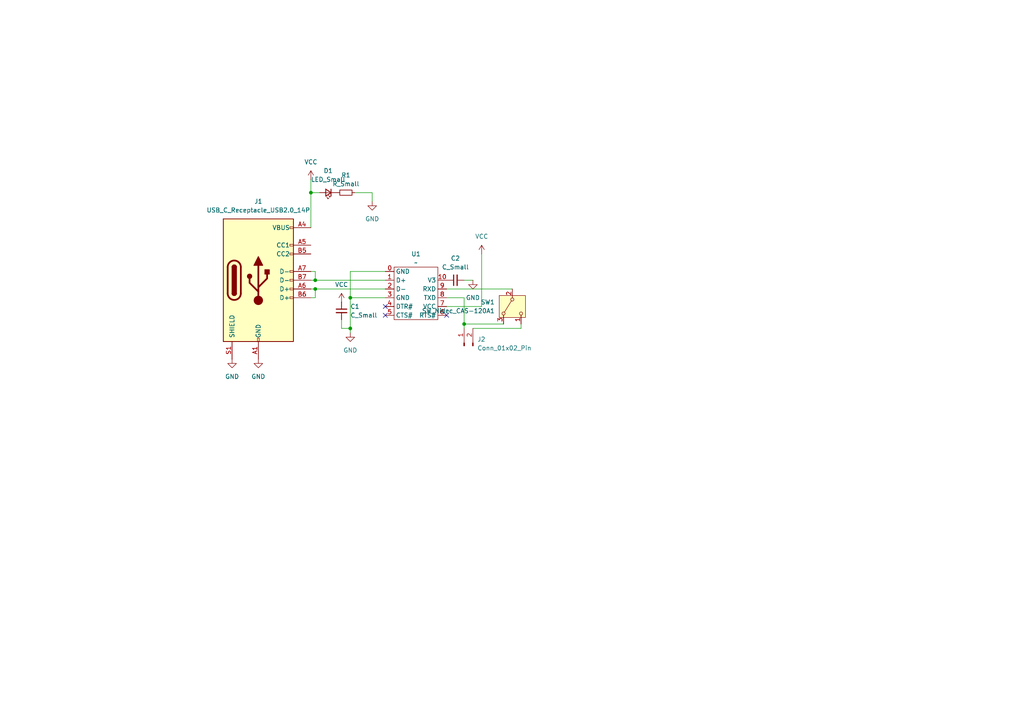
<source format=kicad_sch>
(kicad_sch (version 20250114) (generator "eeschema") (generator_version "9.0")
  (paper "A4")
  (lib_symbols
    (symbol "Connector:Conn_01x02_Pin" (pin_names (offset 1.016) (hide yes))
      (property "Reference" "J" (at 0 2.54 0))
      (property "Value" "Conn_01x02_Pin" (at 0 -5.08 0))
      (symbol "Conn_01x02_Pin_1_1"
        (rectangle (start 0.8636 0.127) (end 0 -0.127) (stroke (width 0.1524)) (fill (type outline)))
        (rectangle (start 0.8636 -2.413) (end 0 -2.667) (stroke (width 0.1524)) (fill (type outline)))
        (polyline (pts (xy 1.27 0) (xy 0.8636 0)) (stroke (width 0.1524)))
        (polyline (pts (xy 1.27 -2.54) (xy 0.8636 -2.54)) (stroke (width 0.1524)))
        (pin passive line (at 5.08 0 180) (length 3.81) (name "Pin_1") (number "1"))
        (pin passive line (at 5.08 -2.54 180) (length 3.81) (name "Pin_2") (number "2"))
      )
    )
    (symbol "Connector:USB_C_Receptacle_USB2.0_14P" (pin_names (offset 1.016))
      (property "Reference" "J" (at 0 22.225 0))
      (property "Value" "USB_C_Receptacle_USB2.0_14P" (at 0 19.685 0))
      (symbol "USB_C_Receptacle_USB2.0_14P_0_0"
        (rectangle (start -0.254 -17.78) (end 0.254 -16.764))
        (rectangle (start 10.16 15.494) (end 9.144 14.986))
        (rectangle (start 10.16 10.414) (end 9.144 9.906))
        (rectangle (start 10.16 7.874) (end 9.144 7.366))
        (rectangle (start 10.16 2.794) (end 9.144 2.286))
        (rectangle (start 10.16 0.254) (end 9.144 -0.254))
        (rectangle (start 10.16 -2.286) (end 9.144 -2.794))
        (rectangle (start 10.16 -4.826) (end 9.144 -5.334))
      )
      (symbol "USB_C_Receptacle_USB2.0_14P_0_1"
        (rectangle (start -10.16 17.78) (end 10.16 -17.78) (stroke (width 0.254)) (fill (type background)))
        (polyline (pts (xy -8.89 -3.81) (xy -8.89 3.81)) (stroke (width 0.508)))
        (rectangle (start -7.62 -3.81) (end -6.35 3.81) (stroke (width 0.254)) (fill (type outline)))
        (arc (start -7.62 3.81) (mid -6.985 4.4423) (end -6.35 3.81) (stroke (width 0.254)))
        (arc (start -7.62 3.81) (mid -6.985 4.4423) (end -6.35 3.81) (stroke (width 0.254)) (fill (type outline)))
        (arc (start -8.89 3.81) (mid -6.985 5.7067) (end -5.08 3.81) (stroke (width 0.508)))
        (arc (start -5.08 -3.81) (mid -6.985 -5.7067) (end -8.89 -3.81) (stroke (width 0.508)))
        (arc (start -6.35 -3.81) (mid -6.985 -4.4423) (end -7.62 -3.81) (stroke (width 0.254)))
        (arc (start -6.35 -3.81) (mid -6.985 -4.4423) (end -7.62 -3.81) (stroke (width 0.254)) (fill (type outline)))
        (polyline (pts (xy -5.08 3.81) (xy -5.08 -3.81)) (stroke (width 0.508)))
        (circle (center -2.54 1.143) (radius 0.635) (stroke (width 0.254)) (fill (type outline)))
        (polyline (pts (xy -1.27 4.318) (xy 0 6.858) (xy 1.27 4.318) (xy -1.27 4.318)) (stroke (width 0.254)) (fill (type outline)))
        (polyline (pts (xy 0 -2.032) (xy 2.54 0.508) (xy 2.54 1.778)) (stroke (width 0.508)))
        (polyline (pts (xy 0 -3.302) (xy -2.54 -0.762) (xy -2.54 0.508)) (stroke (width 0.508)))
        (polyline (pts (xy 0 -5.842) (xy 0 4.318)) (stroke (width 0.508)))
        (circle (center 0 -5.842) (radius 1.27) (fill (type outline)))
        (rectangle (start 1.905 1.778) (end 3.175 3.048) (stroke (width 0.254)) (fill (type outline)))
      )
      (symbol "USB_C_Receptacle_USB2.0_14P_1_1"
        (pin passive line (at -7.62 -22.86 90) (length 5.08) (name "SHIELD") (number "S1"))
        (pin passive line (at 0 -22.86 90) (length 5.08) (name "GND") (number "A1"))
        (pin passive line (at 0 -22.86 90) (length 5.08) (hide yes) (name "GND") (number "A12"))
        (pin passive line (at 0 -22.86 90) (length 5.08) (hide yes) (name "GND") (number "B1"))
        (pin passive line (at 0 -22.86 90) (length 5.08) (hide yes) (name "GND") (number "B12"))
        (pin passive line (at 15.24 15.24 180) (length 5.08) (name "VBUS") (number "A4"))
        (pin passive line (at 15.24 15.24 180) (length 5.08) (hide yes) (name "VBUS") (number "A9"))
        (pin passive line (at 15.24 15.24 180) (length 5.08) (hide yes) (name "VBUS") (number "B4"))
        (pin passive line (at 15.24 15.24 180) (length 5.08) (hide yes) (name "VBUS") (number "B9"))
        (pin bidirectional line (at 15.24 10.16 180) (length 5.08) (name "CC1") (number "A5"))
        (pin bidirectional line (at 15.24 7.62 180) (length 5.08) (name "CC2") (number "B5"))
        (pin bidirectional line (at 15.24 2.54 180) (length 5.08) (name "D-") (number "A7"))
        (pin bidirectional line (at 15.24 0 180) (length 5.08) (name "D-") (number "B7"))
        (pin bidirectional line (at 15.24 -2.54 180) (length 5.08) (name "D+") (number "A6"))
        (pin bidirectional line (at 15.24 -5.08 180) (length 5.08) (name "D+") (number "B6"))
      )
    )
    (symbol "Device:C_Small" (pin_numbers (hide yes)) (pin_names (offset 0.254) (hide yes))
      (property "Reference" "C" (at 0.254 1.778 0))
      (property "Value" "C_Small" (at 0.254 -2.032 0))
      (symbol "C_Small_0_1"
        (polyline (pts (xy -1.524 0.508) (xy 1.524 0.508)) (stroke (width 0.3048)))
        (polyline (pts (xy -1.524 -0.508) (xy 1.524 -0.508)) (stroke (width 0.3302)))
      )
      (symbol "C_Small_1_1"
        (pin passive line (at 0 2.54 270) (length 2.032) (name "~") (number "1"))
        (pin passive line (at 0 -2.54 90) (length 2.032) (name "~") (number "2"))
      )
    )
    (symbol "Device:LED_Small" (pin_numbers (hide yes)) (pin_names (offset 0.254) (hide yes))
      (property "Reference" "D" (at -1.27 3.175 0))
      (property "Value" "LED_Small" (at -4.445 -2.54 0))
      (symbol "LED_Small_0_1"
        (polyline (pts (xy -0.762 -1.016) (xy -0.762 1.016)) (stroke (width 0.254)))
        (polyline (pts (xy 0 0.762) (xy -0.508 1.27) (xy -0.254 1.27) (xy -0.508 1.27) (xy -0.508 1.016)))
        (polyline (pts (xy 0.508 1.27) (xy 0 1.778) (xy 0.254 1.778) (xy 0 1.778) (xy 0 1.524)))
        (polyline (pts (xy 0.762 -1.016) (xy -0.762 0) (xy 0.762 1.016) (xy 0.762 -1.016)) (stroke (width 0.254)))
        (polyline (pts (xy 1.016 0) (xy -0.762 0)))
      )
      (symbol "LED_Small_1_1"
        (pin passive line (at -2.54 0 0) (length 1.778) (name "K") (number "1"))
        (pin passive line (at 2.54 0 180) (length 1.778) (name "A") (number "2"))
      )
    )
    (symbol "Device:R_Small" (pin_numbers (hide yes)) (pin_names (offset 0.254) (hide yes))
      (property "Reference" "R" (at 0.762 0.508 0))
      (property "Value" "R_Small" (at 0.762 -1.016 0))
      (symbol "R_Small_0_1"
        (rectangle (start -0.762 1.778) (end 0.762 -1.778) (stroke (width 0.2032)))
      )
      (symbol "R_Small_1_1"
        (pin passive line (at 0 2.54 270) (length 0.762) (name "~") (number "1"))
        (pin passive line (at 0 -2.54 90) (length 0.762) (name "~") (number "2"))
      )
    )
    (symbol "Switch:SW_Nidec_CAS-120A1" (pin_names (offset 1) (hide yes))
      (property "Reference" "SW" (at 0 4.318 0))
      (property "Value" "SW_Nidec_CAS-120A1" (at 0 -5.08 0))
      (symbol "SW_Nidec_CAS-120A1_0_1"
        (circle (center -2.032 0) (radius 0.4572))
        (polyline (pts (xy -1.651 0.254) (xy 1.651 2.286)))
        (circle (center 2.032 2.54) (radius 0.4572))
        (circle (center 2.032 -2.54) (radius 0.4572))
      )
      (symbol "SW_Nidec_CAS-120A1_1_1"
        (rectangle (start -3.175 3.81) (end 3.175 -3.81) (fill (type background)))
        (pin passive line (at -5.08 0 0) (length 2.54) (name "B") (number "2"))
        (pin passive line (at 5.08 2.54 180) (length 2.54) (name "A") (number "3"))
        (pin passive line (at 5.08 -2.54 180) (length 2.54) (name "C") (number "1"))
      )
    )
    (symbol "chxx:CH340K"
      (property "Reference" "U" (at 0 9.144 0))
      (symbol "CH340K_0_1"
        (rectangle (start -6.35 7.62) (end 6.35 -7.62))
      )
      (symbol "CH340K_1_1"
        (pin power_in line (at -8.89 6.35 0) (length 2.54) (name "GND") (number "0"))
        (pin input line (at -8.89 3.81 0) (length 2.54) (name "D+") (number "1"))
        (pin input line (at -8.89 1.27 0) (length 2.54) (name "D-") (number "2"))
        (pin power_in line (at -8.89 -1.27 0) (length 2.54) (name "GND") (number "3"))
        (pin output line (at -8.89 -3.81 0) (length 2.54) (name "DTR#") (number "4"))
        (pin input line (at -8.89 -6.35 0) (length 2.54) (name "CTS#") (number "5"))
        (pin power_in line (at 8.89 3.81 180) (length 2.54) (name "V3") (number "10"))
        (pin input line (at 8.89 1.27 180) (length 2.54) (name "RXD") (number "9"))
        (pin output line (at 8.89 -1.27 180) (length 2.54) (name "TXD") (number "8"))
        (pin power_in line (at 8.89 -3.81 180) (length 2.54) (name "VCC") (number "7"))
        (pin input line (at 8.89 -6.35 180) (length 2.54) (name "RTS#") (number "6"))
      )
    )
    (symbol "power:GND" (power) (pin_numbers (hide yes)) (pin_names (offset 0) (hide yes))
      (property "Value" "GND" (at 0 -3.81 0))
      (symbol "GND_0_1"
        (polyline (pts (xy 0 0) (xy 0 -1.27) (xy 1.27 -1.27) (xy 0 -2.54) (xy -1.27 -1.27) (xy 0 -1.27)))
      )
      (symbol "GND_1_1"
        (pin power_in line (at 0 0 270) (length 0) (name "~") (number "1"))
      )
    )
    (symbol "power:VCC" (power) (pin_numbers (hide yes)) (pin_names (offset 0) (hide yes))
      (property "Value" "VCC" (at 0 3.556 0))
      (symbol "VCC_0_1"
        (polyline (pts (xy -0.762 1.27) (xy 0 2.54)))
        (polyline (pts (xy 0 2.54) (xy 0.762 1.27)))
        (polyline (pts (xy 0 0) (xy 0 2.54)))
      )
      (symbol "VCC_1_1"
        (pin power_in line (at 0 0 90) (length 0) (name "~") (number "1"))
      )
    )
  )
  (junction (at 91.44 83.82))
  (junction (at 134.62 93.98))
  (junction (at 101.6 86.36))
  (junction (at 101.6 95.25))
  (junction (at 90.17 55.88))
  (junction (at 91.44 81.28))
  (no_connect (at 111.76 88.9))
  (no_connect (at 111.76 91.44))
  (no_connect (at 129.54 91.44))
  (wire (pts (xy 134.62 86.36) (xy 134.62 93.98)))
  (wire (pts (xy 90.17 86.36) (xy 91.44 86.36)))
  (wire (pts (xy 137.16 95.25) (xy 151.13 95.25)))
  (wire (pts (xy 139.7 88.9) (xy 129.54 88.9)))
  (wire (pts (xy 101.6 78.74) (xy 101.6 86.36)))
  (wire (pts (xy 151.13 93.98) (xy 151.13 95.25)))
  (wire (pts (xy 91.44 81.28) (xy 111.76 81.28)))
  (wire (pts (xy 129.54 83.82) (xy 148.59 83.82)))
  (wire (pts (xy 129.54 86.36) (xy 134.62 86.36)))
  (wire (pts (xy 90.17 81.28) (xy 91.44 81.28)))
  (wire (pts (xy 101.6 86.36) (xy 111.76 86.36)))
  (wire (pts (xy 101.6 95.25) (xy 101.6 96.52)))
  (wire (pts (xy 101.6 86.36) (xy 101.6 95.25)))
  (wire (pts (xy 99.06 95.25) (xy 101.6 95.25)))
  (wire (pts (xy 91.44 78.74) (xy 91.44 81.28)))
  (wire (pts (xy 90.17 55.88) (xy 92.71 55.88)))
  (wire (pts (xy 134.62 93.98) (xy 146.05 93.98)))
  (wire (pts (xy 137.16 81.28) (xy 134.62 81.28)))
  (wire (pts (xy 90.17 83.82) (xy 91.44 83.82)))
  (wire (pts (xy 90.17 78.74) (xy 91.44 78.74)))
  (wire (pts (xy 139.7 73.66) (xy 139.7 88.9)))
  (wire (pts (xy 99.06 92.71) (xy 99.06 95.25)))
  (wire (pts (xy 91.44 86.36) (xy 91.44 83.82)))
  (wire (pts (xy 90.17 52.07) (xy 90.17 55.88)))
  (wire (pts (xy 90.17 55.88) (xy 90.17 66.04)))
  (wire (pts (xy 91.44 83.82) (xy 111.76 83.82)))
  (wire (pts (xy 111.76 78.74) (xy 101.6 78.74)))
  (wire (pts (xy 107.95 58.42) (xy 107.95 55.88)))
  (wire (pts (xy 107.95 55.88) (xy 102.87 55.88)))
  (wire (pts (xy 134.62 93.98) (xy 134.62 95.25)))
  (symbol (lib_id "power:GND") (at 107.95 58.42 0) (unit 1)
    (property "Reference" "#PWR06" (effects (hide yes)))
    (property "Value" "GND" (at 107.95 63.5 0) (effects (justify mirror)))
    (property "Description" "Power symbol creates a global label with name \"GND\" , ground" (effects (hide yes)))
  )
  (symbol (lib_id "power:VCC") (at 139.7 73.66 0) (unit 1)
    (property "Reference" "#PWR04" (effects (hide yes)))
    (property "Value" "VCC" (at 139.7 68.58 0) (effects (justify mirror)))
    (property "Description" "Power symbol creates a global label with name \"VCC\"" (effects (hide yes)))
  )
  (symbol (lib_id "power:GND") (at 74.93 104.14 0) (unit 1)
    (property "Reference" "#PWR07" (effects (hide yes)))
    (property "Value" "GND" (at 74.93 109.22 0) (effects (justify mirror)))
    (property "Description" "Power symbol creates a global label with name \"GND\" , ground" (effects (hide yes)))
  )
  (symbol (lib_id "chxx:CH340K") (at 120.65 85.09 0) (unit 1)
    (property "Reference" "U1" (at 120.65 73.66 0) (effects (justify mirror)))
    (property "Value" "~" (at 120.65 76.2 0) (effects (justify mirror)))
  )
  (symbol (lib_id "Device:LED_Small") (at 95.25 55.88 180) (unit 1)
    (property "Reference" "D1" (at 95.1865 49.53 0) (effects (justify mirror)))
    (property "Value" "LED_Small" (at 95.1865 52.07 0) (effects (justify mirror)))
    (property "Footprint" "Capacitor_SMD:C_0603_1608Metric_Pad1.08x0.95mm_HandSolder" (effects (hide yes)))
    (property "Description" "Light emitting diode, small symbol" (effects (hide yes)))
  )
  (symbol (lib_id "power:GND") (at 101.6 96.52 0) (unit 1)
    (property "Reference" "#PWR01" (effects (hide yes)))
    (property "Value" "GND" (at 101.6 101.6 0) (effects (justify mirror)))
    (property "Description" "Power symbol creates a global label with name \"GND\" , ground" (effects (hide yes)))
  )
  (symbol (lib_id "Connector:USB_C_Receptacle_USB2.0_14P") (at 74.93 81.28 0) (unit 1)
    (property "Reference" "J1" (at 74.93 58.42 0) (effects (justify mirror)))
    (property "Value" "USB_C_Receptacle_USB2.0_14P" (at 74.93 60.96 0) (effects (justify mirror)))
    (property "Datasheet" "https://www.usb.org/sites/default/files/documents/usb_type-c.zip" (effects (hide yes)))
    (property "Description" "USB 2.0-only 14P Type-C Receptacle connector" (effects (hide yes)))
  )
  (symbol (lib_id "Switch:SW_Nidec_CAS-120A1") (at 148.59 88.9 90) (mirror x) (unit 1)
    (property "Reference" "SW1" (at 143.51 87.6299 90) (effects (justify left mirror)))
    (property "Value" "SW_Nidec_CAS-120A1" (at 143.51 90.1699 90) (effects (justify left mirror)))
    (property "Footprint" "Button_Switch_SMD:Nidec_Copal_CAS-120A" (effects (hide yes)))
    (property "Datasheet" "https://www.nidec-components.com/e/catalog/switch/cas.pdf" (effects (hide yes)))
    (property "Description" "Switch, single pole double throw" (effects (hide yes)))
  )
  (symbol (lib_id "power:GND") (at 137.16 81.28 0) (unit 1)
    (property "Reference" "#PWR05" (effects (hide yes)))
    (property "Value" "GND" (at 137.16 86.36 0) (effects (justify mirror)))
    (property "Description" "Power symbol creates a global label with name \"GND\" , ground" (effects (hide yes)))
  )
  (symbol (lib_id "Device:C_Small") (at 99.06 90.17 0) (unit 1)
    (property "Reference" "C1" (at 101.6 88.9062 0) (effects (justify left mirror)))
    (property "Value" "C_Small" (at 101.6 91.4462 0) (effects (justify left mirror)))
    (property "Footprint" "Capacitor_SMD:C_0603_1608Metric_Pad1.08x0.95mm_HandSolder" (effects (hide yes)))
    (property "Description" "Unpolarized capacitor, small symbol" (effects (hide yes)))
  )
  (symbol (lib_id "Device:R_Small") (at 100.33 55.88 90) (unit 1)
    (property "Reference" "R1" (at 100.33 50.8 90) (effects (justify mirror)))
    (property "Value" "R_Small" (at 100.33 53.34 90) (effects (justify mirror)))
    (property "Footprint" "Capacitor_SMD:C_0603_1608Metric_Pad1.08x0.95mm_HandSolder" (effects (hide yes)))
    (property "Description" "Resistor, small symbol" (effects (hide yes)))
  )
  (symbol (lib_id "power:VCC") (at 90.17 52.07 0) (unit 1)
    (property "Reference" "#PWR02" (effects (hide yes)))
    (property "Value" "VCC" (at 90.17 46.99 0) (effects (justify mirror)))
    (property "Description" "Power symbol creates a global label with name \"VCC\"" (effects (hide yes)))
  )
  (symbol (lib_id "Connector:Conn_01x02_Pin") (at 134.62 100.33 90) (unit 1)
    (property "Reference" "J2" (at 138.43 98.4249 90) (effects (justify right mirror)))
    (property "Value" "Conn_01x02_Pin" (at 138.43 100.9649 90) (effects (justify right mirror)))
    (property "Footprint" "Connector_PinHeader_2.54mm:PinHeader_1x02_P2.54mm_Vertical" (effects (hide yes)))
    (property "Description" "Generic connector, single row, 01x02, script generated" (effects (hide yes)))
  )
  (symbol (lib_id "power:VCC") (at 99.06 87.63 0) (unit 1)
    (property "Reference" "#PWR03" (effects (hide yes)))
    (property "Value" "VCC" (at 99.06 82.55 0) (effects (justify mirror)))
    (property "Description" "Power symbol creates a global label with name \"VCC\"" (effects (hide yes)))
  )
  (symbol (lib_id "power:GND") (at 67.31 104.14 0) (unit 1)
    (property "Reference" "#PWR08" (effects (hide yes)))
    (property "Value" "GND" (at 67.31 109.22 0) (effects (justify mirror)))
    (property "Description" "Power symbol creates a global label with name \"GND\" , ground" (effects (hide yes)))
  )
  (symbol (lib_id "Device:C_Small") (at 132.08 81.28 90) (unit 1)
    (property "Reference" "C2" (at 132.0863 74.93 90) (effects (justify mirror)))
    (property "Value" "C_Small" (at 132.0863 77.47 90) (effects (justify mirror)))
    (property "Footprint" "Capacitor_SMD:C_0603_1608Metric_Pad1.08x0.95mm_HandSolder" (effects (hide yes)))
    (property "Description" "Unpolarized capacitor, small symbol" (effects (hide yes)))
  )
)
</source>
